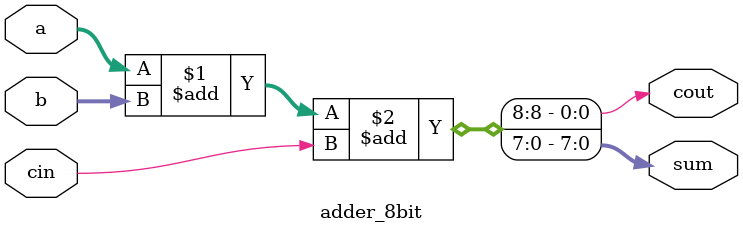
<source format=v>
module adder_32bit(
    input [31:0] A,
    input [31:0] B,
    input Cin,
    output [31:0] Sum,
    output Cout
);

    wire C1, C2, C3;

    adder_8bit add0 (
        .a(A[7:0]),
        .b(B[7:0]),
        .cin(Cin),
        .sum(Sum[7:0]),
        .cout(C1)
    );

    adder_8bit add1 (
        .a(A[15:8]),
        .b(B[15:8]),
        .cin(C1),
        .sum(Sum[15:8]),
        .cout(C2)
    );

    adder_8bit add2 (
        .a(A[23:16]),
        .b(B[23:16]),
        .cin(C2),
        .sum(Sum[23:16]),
        .cout(C3)
    );

    adder_8bit add3 (
        .a(A[31:24]),
        .b(B[31:24]),
        .cin(C3),
        .sum(Sum[31:24]),
        .cout(Cout)
    );

endmodule

module adder_8bit(
    input [7:0] a,
    input [7:0] b,
    input cin,
    output [7:0] sum,
    output cout
);

    assign {cout, sum} = a + b + cin;

endmodule

</source>
